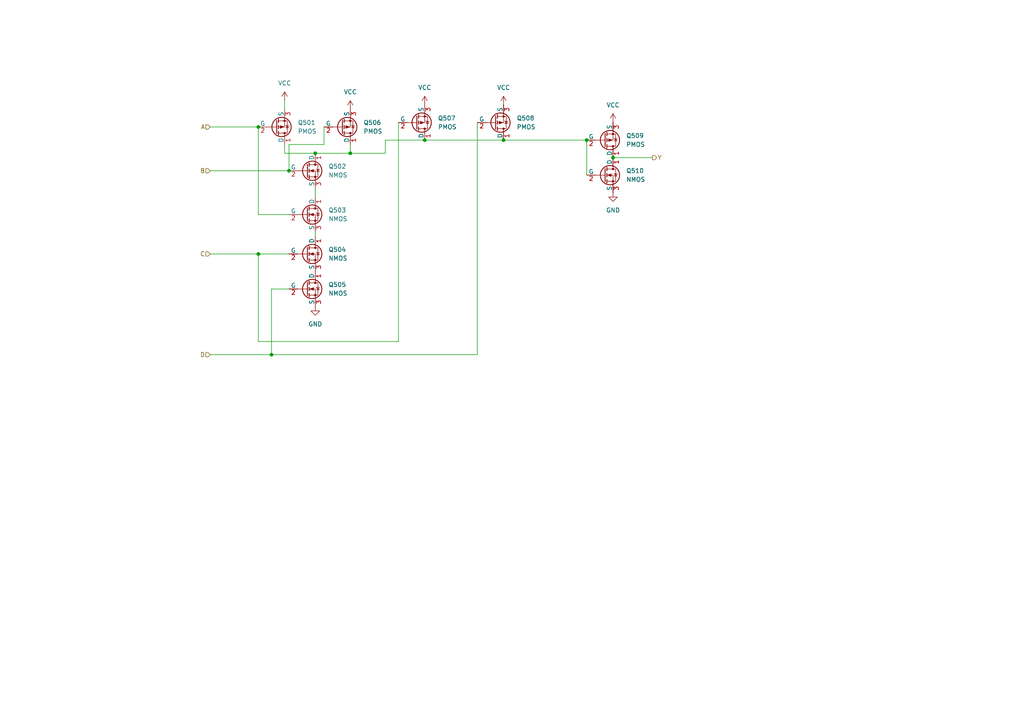
<source format=kicad_sch>
(kicad_sch (version 20250114) (generator "eeschema") (generator_version "9.0")
  (paper "A4")
  (lib_symbols
    (symbol "Simulation_SPICE:NMOS" (pin_names (offset 0))
      (property "Reference" "Q" (at 5.08 1.27 0))
      (property "Value" "NMOS" (at 5.08 -1.27 0))
      (symbol "NMOS_0_1"
        (polyline (pts (xy 0.254 1.905) (xy 0.254 -1.905)) (stroke (width 0.254)))
        (polyline (pts (xy 0.254 0) (xy -2.54 0)))
        (polyline (pts (xy 0.762 2.286) (xy 0.762 1.27)) (stroke (width 0.254)))
        (polyline (pts (xy 0.762 0.508) (xy 0.762 -0.508)) (stroke (width 0.254)))
        (polyline (pts (xy 0.762 -1.27) (xy 0.762 -2.286)) (stroke (width 0.254)))
        (polyline (pts (xy 0.762 -1.778) (xy 3.302 -1.778) (xy 3.302 1.778) (xy 0.762 1.778)))
        (polyline (pts (xy 1.016 0) (xy 2.032 0.381) (xy 2.032 -0.381) (xy 1.016 0)) (fill (type outline)))
        (circle (center 1.651 0) (radius 2.794) (stroke (width 0.254)))
        (polyline (pts (xy 2.54 2.54) (xy 2.54 1.778)))
        (circle (center 2.54 1.778) (radius 0.254) (fill (type outline)))
        (circle (center 2.54 -1.778) (radius 0.254) (fill (type outline)))
        (polyline (pts (xy 2.54 -2.54) (xy 2.54 0) (xy 0.762 0)))
        (polyline (pts (xy 2.794 0.508) (xy 2.921 0.381) (xy 3.683 0.381) (xy 3.81 0.254)))
        (polyline (pts (xy 3.302 0.381) (xy 2.921 -0.254) (xy 3.683 -0.254) (xy 3.302 0.381)))
      )
      (symbol "NMOS_1_1"
        (pin input line (at -5.08 0 0) (length 2.54) (name "G") (number "2"))
        (pin passive line (at 2.54 5.08 270) (length 2.54) (name "D") (number "1"))
        (pin passive line (at 2.54 -5.08 90) (length 2.54) (name "S") (number "3"))
      )
    )
    (symbol "Simulation_SPICE:PMOS" (pin_names (offset 0))
      (property "Reference" "Q" (at 5.08 1.27 0))
      (property "Value" "PMOS" (at 5.08 -1.27 0))
      (symbol "PMOS_0_1"
        (polyline (pts (xy 0.254 1.905) (xy 0.254 -1.905)) (stroke (width 0.254)))
        (polyline (pts (xy 0.254 0) (xy -2.54 0)))
        (polyline (pts (xy 0.762 2.286) (xy 0.762 1.27)) (stroke (width 0.254)))
        (polyline (pts (xy 0.762 1.778) (xy 3.302 1.778) (xy 3.302 -1.778) (xy 0.762 -1.778)))
        (polyline (pts (xy 0.762 0.508) (xy 0.762 -0.508)) (stroke (width 0.254)))
        (polyline (pts (xy 0.762 -1.27) (xy 0.762 -2.286)) (stroke (width 0.254)))
        (circle (center 1.651 0) (radius 2.794) (stroke (width 0.254)))
        (polyline (pts (xy 2.286 0) (xy 1.27 0.381) (xy 1.27 -0.381) (xy 2.286 0)) (fill (type outline)))
        (polyline (pts (xy 2.54 2.54) (xy 2.54 1.778)))
        (circle (center 2.54 1.778) (radius 0.254) (fill (type outline)))
        (circle (center 2.54 -1.778) (radius 0.254) (fill (type outline)))
        (polyline (pts (xy 2.54 -2.54) (xy 2.54 0) (xy 0.762 0)))
        (polyline (pts (xy 2.794 -0.508) (xy 2.921 -0.381) (xy 3.683 -0.381) (xy 3.81 -0.254)))
        (polyline (pts (xy 3.302 -0.381) (xy 2.921 0.254) (xy 3.683 0.254) (xy 3.302 -0.381)))
      )
      (symbol "PMOS_1_1"
        (pin input line (at -5.08 0 0) (length 2.54) (name "G") (number "2"))
        (pin passive line (at 2.54 5.08 270) (length 2.54) (name "D") (number "1"))
        (pin passive line (at 2.54 -5.08 90) (length 2.54) (name "S") (number "3"))
      )
    )
    (symbol "power:GND" (power) (pin_numbers (hide yes)) (pin_names (offset 0) (hide yes))
      (property "Value" "GND" (at 0 -3.81 0))
      (symbol "GND_0_1"
        (polyline (pts (xy 0 0) (xy 0 -1.27) (xy 1.27 -1.27) (xy 0 -2.54) (xy -1.27 -1.27) (xy 0 -1.27)))
      )
      (symbol "GND_1_1"
        (pin power_in line (at 0 0 270) (length 0) (name "~") (number "1"))
      )
    )
    (symbol "power:VCC" (power) (pin_numbers (hide yes)) (pin_names (offset 0) (hide yes))
      (property "Value" "VCC" (at 0 3.556 0))
      (symbol "VCC_0_1"
        (polyline (pts (xy -0.762 1.27) (xy 0 2.54)))
        (polyline (pts (xy 0 2.54) (xy 0.762 1.27)))
        (polyline (pts (xy 0 0) (xy 0 2.54)))
      )
      (symbol "VCC_1_1"
        (pin power_in line (at 0 0 90) (length 0) (name "~") (number "1"))
      )
    )
  )
  (junction (at 74.93 73.66))
  (junction (at 78.74 102.87))
  (junction (at 74.93 36.83))
  (junction (at 83.82 49.53))
  (junction (at 91.44 44.45))
  (junction (at 123.19 40.64))
  (junction (at 146.05 40.64))
  (junction (at 101.6 44.45))
  (junction (at 177.8 45.72))
  (junction (at 170.18 40.64))
  (wire (pts (xy 146.05 40.64) (xy 170.18 40.64)))
  (wire (pts (xy 177.8 45.72) (xy 189.23 45.72)))
  (wire (pts (xy 170.18 40.64) (xy 170.18 50.8)))
  (wire (pts (xy 83.82 41.91) (xy 93.98 41.91)))
  (wire (pts (xy 93.98 36.83) (xy 93.98 41.91)))
  (wire (pts (xy 91.44 54.61) (xy 91.44 57.15)))
  (wire (pts (xy 60.96 102.87) (xy 78.74 102.87)))
  (wire (pts (xy 60.96 36.83) (xy 74.93 36.83)))
  (wire (pts (xy 60.96 73.66) (xy 74.93 73.66)))
  (wire (pts (xy 74.93 36.83) (xy 74.93 62.23)))
  (wire (pts (xy 82.55 41.91) (xy 82.55 44.45)))
  (wire (pts (xy 111.76 40.64) (xy 111.76 44.45)))
  (wire (pts (xy 123.19 40.64) (xy 111.76 40.64)))
  (wire (pts (xy 138.43 102.87) (xy 138.43 35.56)))
  (wire (pts (xy 91.44 68.58) (xy 91.44 67.31)))
  (wire (pts (xy 74.93 62.23) (xy 83.82 62.23)))
  (wire (pts (xy 60.96 49.53) (xy 83.82 49.53)))
  (wire (pts (xy 115.57 35.56) (xy 115.57 99.06)))
  (wire (pts (xy 83.82 49.53) (xy 83.82 41.91)))
  (wire (pts (xy 74.93 73.66) (xy 83.82 73.66)))
  (wire (pts (xy 78.74 102.87) (xy 138.43 102.87)))
  (wire (pts (xy 74.93 99.06) (xy 74.93 73.66)))
  (wire (pts (xy 78.74 83.82) (xy 78.74 102.87)))
  (wire (pts (xy 101.6 41.91) (xy 101.6 44.45)))
  (wire (pts (xy 115.57 99.06) (xy 74.93 99.06)))
  (wire (pts (xy 101.6 44.45) (xy 91.44 44.45)))
  (wire (pts (xy 82.55 29.21) (xy 82.55 31.75)))
  (wire (pts (xy 123.19 40.64) (xy 146.05 40.64)))
  (wire (pts (xy 82.55 44.45) (xy 91.44 44.45)))
  (wire (pts (xy 111.76 44.45) (xy 101.6 44.45)))
  (wire (pts (xy 83.82 83.82) (xy 78.74 83.82)))
  (hierarchical_label "A" (shape input) (at 60.96 36.83 180))
  (hierarchical_label "D" (shape input) (at 60.96 102.87 180))
  (hierarchical_label "Y" (shape output) (at 189.23 45.72 0))
  (hierarchical_label "C" (shape input) (at 60.96 73.66 180))
  (hierarchical_label "B" (shape input) (at 60.96 49.53 180))
  (symbol (lib_id "power:VCC") (at 146.05 30.48 0) (unit 1)
    (property "Reference" "#PWR0305" (effects (hide yes)))
    (property "Value" "VCC" (at 146.05 25.4 0))
    (property "Description" "Power symbol creates a global label with name \"VCC\"" (effects (hide yes)))
    (instances (project "led_panel_1" (path "" (reference "#PWR0505") (unit 1)) (path "" (reference "#PWR01005") (unit 1)) (path "" (reference "#PWR0405") (unit 1)) (path "" (reference "#PWR0905") (unit 1)) (path "" (reference "#PWR0805") (unit 1)) (path "" (reference "#PWR0605") (unit 1)) (path "" (reference "#PWR0705") (unit 1)) (path "" (reference "#PWR0305") (unit 1))) (project "led_panel_4" (path "" (reference "#PWR0405") (unit 1)) (path "" (reference "#PWR?") (unit 1)) (path "" (reference "#PWR0505") (unit 1))) (project "led_panel_2" (path "" (reference "#PWR01505") (unit 1)) (path "" (reference "#PWR02305") (unit 1)) (path "" (reference "#PWR0505") (unit 1)) (path "" (reference "#PWR0205") (unit 1)) (path "" (reference "#PWR02205") (unit 1)) (path "" (reference "#PWR02005") (unit 1)) (path "" (reference "#PWR01105") (unit 1)) (path "" (reference "#PWR01705") (unit 1))))
  )
  (symbol (lib_id "power:GND") (at 177.8 55.88 0) (unit 1)
    (property "Reference" "#PWR0307" (effects (hide yes)))
    (property "Value" "GND" (at 177.8 60.96 0))
    (property "Description" "Power symbol creates a global label with name \"GND\" , ground" (effects (hide yes)))
    (instances (project "led_panel_1" (path "" (reference "#PWR0507") (unit 1)) (path "" (reference "#PWR01007") (unit 1)) (path "" (reference "#PWR0407") (unit 1)) (path "" (reference "#PWR0907") (unit 1)) (path "" (reference "#PWR0807") (unit 1)) (path "" (reference "#PWR0607") (unit 1)) (path "" (reference "#PWR0707") (unit 1)) (path "" (reference "#PWR0307") (unit 1))) (project "led_panel_4" (path "" (reference "#PWR0407") (unit 1)) (path "" (reference "#PWR?") (unit 1)) (path "" (reference "#PWR0507") (unit 1))) (project "led_panel_2" (path "" (reference "#PWR01507") (unit 1)) (path "" (reference "#PWR02307") (unit 1)) (path "" (reference "#PWR0507") (unit 1)) (path "" (reference "#PWR0207") (unit 1)) (path "" (reference "#PWR02207") (unit 1)) (path "" (reference "#PWR02007") (unit 1)) (path "" (reference "#PWR01107") (unit 1)) (path "" (reference "#PWR01707") (unit 1))))
  )
  (symbol (lib_id "power:VCC") (at 101.6 31.75 0) (unit 1)
    (property "Reference" "#PWR0303" (effects (hide yes)))
    (property "Value" "VCC" (at 101.6 26.67 0))
    (property "Description" "Power symbol creates a global label with name \"VCC\"" (effects (hide yes)))
    (instances (project "led_panel_1" (path "" (reference "#PWR0503") (unit 1)) (path "" (reference "#PWR01003") (unit 1)) (path "" (reference "#PWR0403") (unit 1)) (path "" (reference "#PWR0903") (unit 1)) (path "" (reference "#PWR0803") (unit 1)) (path "" (reference "#PWR0603") (unit 1)) (path "" (reference "#PWR0703") (unit 1)) (path "" (reference "#PWR0303") (unit 1))) (project "led_panel_4" (path "" (reference "#PWR0403") (unit 1)) (path "" (reference "#PWR?") (unit 1)) (path "" (reference "#PWR0503") (unit 1))) (project "led_panel_2" (path "" (reference "#PWR01503") (unit 1)) (path "" (reference "#PWR02303") (unit 1)) (path "" (reference "#PWR0503") (unit 1)) (path "" (reference "#PWR0203") (unit 1)) (path "" (reference "#PWR02203") (unit 1)) (path "" (reference "#PWR02003") (unit 1)) (path "" (reference "#PWR01103") (unit 1)) (path "" (reference "#PWR01703") (unit 1))))
  )
  (symbol (lib_id "Simulation_SPICE:NMOS") (at 88.9 62.23 0) (unit 1)
    (property "Reference" "Q303" (at 95.25 60.9599 0) (effects (justify left)))
    (property "Value" "NMOS" (at 95.25 63.4999 0) (effects (justify left)))
    (property "Footprint" "Package_TO_SOT_SMD:TSOT-23" (effects (hide yes)))
    (property "Datasheet" "https://ngspice.sourceforge.io/docs/ngspice-html-manual/manual.xhtml#cha_MOSFETs" (effects (hide yes)))
    (property "Description" "N-MOSFET transistor, drain/source/gate" (effects (hide yes)))
    (property "Sim.Device" "NMOS" (effects (hide yes)))
    (property "Sim.Type" "MOS1" (effects (hide yes)))
    (property "Sim.Pins" "1=D 2=G 3=S" (effects (hide yes)))
    (instances (project "led_panel_1" (path "" (reference "Q503") (unit 1)) (path "" (reference "Q1003") (unit 1)) (path "" (reference "Q403") (unit 1)) (path "" (reference "Q903") (unit 1)) (path "" (reference "Q803") (unit 1)) (path "" (reference "Q603") (unit 1)) (path "" (reference "Q703") (unit 1)) (path "" (reference "Q303") (unit 1))) (project "led_panel_4" (path "" (reference "Q403") (unit 1)) (path "" (reference "Q?") (unit 1)) (path "" (reference "Q503") (unit 1))) (project "led_panel_2" (path "" (reference "Q1503") (unit 1)) (path "" (reference "Q2303") (unit 1)) (path "" (reference "Q503") (unit 1)) (path "" (reference "Q203") (unit 1)) (path "" (reference "Q2203") (unit 1)) (path "" (reference "Q2003") (unit 1)) (path "" (reference "Q1103") (unit 1)) (path "" (reference "Q1703") (unit 1))))
  )
  (symbol (lib_id "Simulation_SPICE:NMOS") (at 175.26 50.8 0) (unit 1)
    (property "Reference" "Q310" (at 181.61 49.5299 0) (effects (justify left)))
    (property "Value" "NMOS" (at 181.61 52.0699 0) (effects (justify left)))
    (property "Footprint" "Package_TO_SOT_SMD:TSOT-23" (effects (hide yes)))
    (property "Datasheet" "https://ngspice.sourceforge.io/docs/ngspice-html-manual/manual.xhtml#cha_MOSFETs" (effects (hide yes)))
    (property "Description" "N-MOSFET transistor, drain/source/gate" (effects (hide yes)))
    (property "Sim.Device" "NMOS" (effects (hide yes)))
    (property "Sim.Type" "MOS1" (effects (hide yes)))
    (property "Sim.Pins" "1=D 2=G 3=S" (effects (hide yes)))
    (instances (project "led_panel_1" (path "" (reference "Q510") (unit 1)) (path "" (reference "Q1010") (unit 1)) (path "" (reference "Q410") (unit 1)) (path "" (reference "Q910") (unit 1)) (path "" (reference "Q810") (unit 1)) (path "" (reference "Q610") (unit 1)) (path "" (reference "Q710") (unit 1)) (path "" (reference "Q310") (unit 1))) (project "led_panel_4" (path "" (reference "Q410") (unit 1)) (path "" (reference "Q?") (unit 1)) (path "" (reference "Q510") (unit 1))) (project "led_panel_2" (path "" (reference "Q1510") (unit 1)) (path "" (reference "Q2310") (unit 1)) (path "" (reference "Q510") (unit 1)) (path "" (reference "Q210") (unit 1)) (path "" (reference "Q2210") (unit 1)) (path "" (reference "Q2010") (unit 1)) (path "" (reference "Q1110") (unit 1)) (path "" (reference "Q1710") (unit 1))))
  )
  (symbol (lib_id "power:VCC") (at 177.8 35.56 0) (unit 1)
    (property "Reference" "#PWR0306" (effects (hide yes)))
    (property "Value" "VCC" (at 177.8 30.48 0))
    (property "Description" "Power symbol creates a global label with name \"VCC\"" (effects (hide yes)))
    (instances (project "led_panel_1" (path "" (reference "#PWR0506") (unit 1)) (path "" (reference "#PWR01006") (unit 1)) (path "" (reference "#PWR0406") (unit 1)) (path "" (reference "#PWR0906") (unit 1)) (path "" (reference "#PWR0806") (unit 1)) (path "" (reference "#PWR0606") (unit 1)) (path "" (reference "#PWR0706") (unit 1)) (path "" (reference "#PWR0306") (unit 1))) (project "led_panel_4" (path "" (reference "#PWR0406") (unit 1)) (path "" (reference "#PWR?") (unit 1)) (path "" (reference "#PWR0506") (unit 1))) (project "led_panel_2" (path "" (reference "#PWR01506") (unit 1)) (path "" (reference "#PWR02306") (unit 1)) (path "" (reference "#PWR0506") (unit 1)) (path "" (reference "#PWR0206") (unit 1)) (path "" (reference "#PWR02206") (unit 1)) (path "" (reference "#PWR02006") (unit 1)) (path "" (reference "#PWR01106") (unit 1)) (path "" (reference "#PWR01706") (unit 1))))
  )
  (symbol (lib_id "Simulation_SPICE:PMOS") (at 143.51 35.56 0) (mirror x) (unit 1)
    (property "Reference" "Q308" (at 149.86 34.2899 0) (effects (justify left)))
    (property "Value" "PMOS" (at 149.86 36.8299 0) (effects (justify left)))
    (property "Footprint" "Package_TO_SOT_SMD:TSOT-23" (effects (hide yes)))
    (property "Datasheet" "https://ngspice.sourceforge.io/docs/ngspice-html-manual/manual.xhtml#cha_MOSFETs" (effects (hide yes)))
    (property "Description" "P-MOSFET transistor, drain/source/gate" (effects (hide yes)))
    (property "Sim.Device" "PMOS" (effects (hide yes)))
    (property "Sim.Type" "MOS1" (effects (hide yes)))
    (property "Sim.Pins" "1=D 2=G 3=S" (effects (hide yes)))
    (instances (project "led_panel_1" (path "" (reference "Q508") (unit 1)) (path "" (reference "Q1008") (unit 1)) (path "" (reference "Q408") (unit 1)) (path "" (reference "Q908") (unit 1)) (path "" (reference "Q808") (unit 1)) (path "" (reference "Q608") (unit 1)) (path "" (reference "Q708") (unit 1)) (path "" (reference "Q308") (unit 1))) (project "led_panel_4" (path "" (reference "Q408") (unit 1)) (path "" (reference "Q?") (unit 1)) (path "" (reference "Q508") (unit 1))) (project "led_panel_2" (path "" (reference "Q1508") (unit 1)) (path "" (reference "Q2308") (unit 1)) (path "" (reference "Q508") (unit 1)) (path "" (reference "Q208") (unit 1)) (path "" (reference "Q2208") (unit 1)) (path "" (reference "Q2008") (unit 1)) (path "" (reference "Q1108") (unit 1)) (path "" (reference "Q1708") (unit 1))))
  )
  (symbol (lib_id "power:VCC") (at 82.55 29.21 0) (unit 1)
    (property "Reference" "#PWR0301" (effects (hide yes)))
    (property "Value" "VCC" (at 82.55 24.13 0))
    (property "Description" "Power symbol creates a global label with name \"VCC\"" (effects (hide yes)))
    (instances (project "led_panel_1" (path "" (reference "#PWR0501") (unit 1)) (path "" (reference "#PWR01001") (unit 1)) (path "" (reference "#PWR0401") (unit 1)) (path "" (reference "#PWR0901") (unit 1)) (path "" (reference "#PWR0801") (unit 1)) (path "" (reference "#PWR0601") (unit 1)) (path "" (reference "#PWR0701") (unit 1)) (path "" (reference "#PWR0301") (unit 1))) (project "led_panel_4" (path "" (reference "#PWR0401") (unit 1)) (path "" (reference "#PWR?") (unit 1)) (path "" (reference "#PWR0501") (unit 1))) (project "led_panel_2" (path "" (reference "#PWR01501") (unit 1)) (path "" (reference "#PWR02301") (unit 1)) (path "" (reference "#PWR0501") (unit 1)) (path "" (reference "#PWR0201") (unit 1)) (path "" (reference "#PWR02201") (unit 1)) (path "" (reference "#PWR02001") (unit 1)) (path "" (reference "#PWR01101") (unit 1)) (path "" (reference "#PWR01701") (unit 1))))
  )
  (symbol (lib_id "Simulation_SPICE:NMOS") (at 88.9 49.53 0) (unit 1)
    (property "Reference" "Q302" (at 95.25 48.2599 0) (effects (justify left)))
    (property "Value" "NMOS" (at 95.25 50.7999 0) (effects (justify left)))
    (property "Footprint" "Package_TO_SOT_SMD:TSOT-23" (effects (hide yes)))
    (property "Datasheet" "https://ngspice.sourceforge.io/docs/ngspice-html-manual/manual.xhtml#cha_MOSFETs" (effects (hide yes)))
    (property "Description" "N-MOSFET transistor, drain/source/gate" (effects (hide yes)))
    (property "Sim.Device" "NMOS" (effects (hide yes)))
    (property "Sim.Type" "MOS1" (effects (hide yes)))
    (property "Sim.Pins" "1=D 2=G 3=S" (effects (hide yes)))
    (instances (project "led_panel_1" (path "" (reference "Q502") (unit 1)) (path "" (reference "Q1002") (unit 1)) (path "" (reference "Q402") (unit 1)) (path "" (reference "Q902") (unit 1)) (path "" (reference "Q802") (unit 1)) (path "" (reference "Q602") (unit 1)) (path "" (reference "Q702") (unit 1)) (path "" (reference "Q302") (unit 1))) (project "led_panel_4" (path "" (reference "Q402") (unit 1)) (path "" (reference "Q?") (unit 1)) (path "" (reference "Q502") (unit 1))) (project "led_panel_2" (path "" (reference "Q1502") (unit 1)) (path "" (reference "Q2302") (unit 1)) (path "" (reference "Q502") (unit 1)) (path "" (reference "Q202") (unit 1)) (path "" (reference "Q2202") (unit 1)) (path "" (reference "Q2002") (unit 1)) (path "" (reference "Q1102") (unit 1)) (path "" (reference "Q1702") (unit 1))))
  )
  (symbol (lib_id "Simulation_SPICE:PMOS") (at 120.65 35.56 0) (mirror x) (unit 1)
    (property "Reference" "Q307" (at 127 34.2899 0) (effects (justify left)))
    (property "Value" "PMOS" (at 127 36.8299 0) (effects (justify left)))
    (property "Footprint" "Package_TO_SOT_SMD:TSOT-23" (effects (hide yes)))
    (property "Datasheet" "https://ngspice.sourceforge.io/docs/ngspice-html-manual/manual.xhtml#cha_MOSFETs" (effects (hide yes)))
    (property "Description" "P-MOSFET transistor, drain/source/gate" (effects (hide yes)))
    (property "Sim.Device" "PMOS" (effects (hide yes)))
    (property "Sim.Type" "MOS1" (effects (hide yes)))
    (property "Sim.Pins" "1=D 2=G 3=S" (effects (hide yes)))
    (instances (project "led_panel_1" (path "" (reference "Q507") (unit 1)) (path "" (reference "Q1007") (unit 1)) (path "" (reference "Q407") (unit 1)) (path "" (reference "Q907") (unit 1)) (path "" (reference "Q807") (unit 1)) (path "" (reference "Q607") (unit 1)) (path "" (reference "Q707") (unit 1)) (path "" (reference "Q307") (unit 1))) (project "led_panel_4" (path "" (reference "Q407") (unit 1)) (path "" (reference "Q?") (unit 1)) (path "" (reference "Q507") (unit 1))) (project "led_panel_2" (path "" (reference "Q1507") (unit 1)) (path "" (reference "Q2307") (unit 1)) (path "" (reference "Q507") (unit 1)) (path "" (reference "Q207") (unit 1)) (path "" (reference "Q2207") (unit 1)) (path "" (reference "Q2007") (unit 1)) (path "" (reference "Q1107") (unit 1)) (path "" (reference "Q1707") (unit 1))))
  )
  (symbol (lib_id "Simulation_SPICE:PMOS") (at 99.06 36.83 0) (mirror x) (unit 1)
    (property "Reference" "Q306" (at 105.41 35.5599 0) (effects (justify left)))
    (property "Value" "PMOS" (at 105.41 38.0999 0) (effects (justify left)))
    (property "Footprint" "Package_TO_SOT_SMD:TSOT-23" (effects (hide yes)))
    (property "Datasheet" "https://ngspice.sourceforge.io/docs/ngspice-html-manual/manual.xhtml#cha_MOSFETs" (effects (hide yes)))
    (property "Description" "P-MOSFET transistor, drain/source/gate" (effects (hide yes)))
    (property "Sim.Device" "PMOS" (effects (hide yes)))
    (property "Sim.Type" "MOS1" (effects (hide yes)))
    (property "Sim.Pins" "1=D 2=G 3=S" (effects (hide yes)))
    (instances (project "led_panel_1" (path "" (reference "Q506") (unit 1)) (path "" (reference "Q1006") (unit 1)) (path "" (reference "Q406") (unit 1)) (path "" (reference "Q906") (unit 1)) (path "" (reference "Q806") (unit 1)) (path "" (reference "Q606") (unit 1)) (path "" (reference "Q706") (unit 1)) (path "" (reference "Q306") (unit 1))) (project "led_panel_4" (path "" (reference "Q406") (unit 1)) (path "" (reference "Q?") (unit 1)) (path "" (reference "Q506") (unit 1))) (project "led_panel_2" (path "" (reference "Q1506") (unit 1)) (path "" (reference "Q2306") (unit 1)) (path "" (reference "Q506") (unit 1)) (path "" (reference "Q206") (unit 1)) (path "" (reference "Q2206") (unit 1)) (path "" (reference "Q2006") (unit 1)) (path "" (reference "Q1106") (unit 1)) (path "" (reference "Q1706") (unit 1))))
  )
  (symbol (lib_id "power:VCC") (at 123.19 30.48 0) (unit 1)
    (property "Reference" "#PWR0304" (effects (hide yes)))
    (property "Value" "VCC" (at 123.19 25.4 0))
    (property "Description" "Power symbol creates a global label with name \"VCC\"" (effects (hide yes)))
    (instances (project "led_panel_1" (path "" (reference "#PWR0504") (unit 1)) (path "" (reference "#PWR01004") (unit 1)) (path "" (reference "#PWR0404") (unit 1)) (path "" (reference "#PWR0904") (unit 1)) (path "" (reference "#PWR0804") (unit 1)) (path "" (reference "#PWR0604") (unit 1)) (path "" (reference "#PWR0704") (unit 1)) (path "" (reference "#PWR0304") (unit 1))) (project "led_panel_4" (path "" (reference "#PWR0404") (unit 1)) (path "" (reference "#PWR?") (unit 1)) (path "" (reference "#PWR0504") (unit 1))) (project "led_panel_2" (path "" (reference "#PWR01504") (unit 1)) (path "" (reference "#PWR02304") (unit 1)) (path "" (reference "#PWR0504") (unit 1)) (path "" (reference "#PWR0204") (unit 1)) (path "" (reference "#PWR02204") (unit 1)) (path "" (reference "#PWR02004") (unit 1)) (path "" (reference "#PWR01104") (unit 1)) (path "" (reference "#PWR01704") (unit 1))))
  )
  (symbol (lib_id "power:GND") (at 91.44 88.9 0) (unit 1)
    (property "Reference" "#PWR0302" (effects (hide yes)))
    (property "Value" "GND" (at 91.44 93.98 0))
    (property "Description" "Power symbol creates a global label with name \"GND\" , ground" (effects (hide yes)))
    (instances (project "led_panel_1" (path "" (reference "#PWR0502") (unit 1)) (path "" (reference "#PWR01002") (unit 1)) (path "" (reference "#PWR0402") (unit 1)) (path "" (reference "#PWR0902") (unit 1)) (path "" (reference "#PWR0802") (unit 1)) (path "" (reference "#PWR0602") (unit 1)) (path "" (reference "#PWR0702") (unit 1)) (path "" (reference "#PWR0302") (unit 1))) (project "led_panel_4" (path "" (reference "#PWR0402") (unit 1)) (path "" (reference "#PWR?") (unit 1)) (path "" (reference "#PWR0502") (unit 1))) (project "led_panel_2" (path "" (reference "#PWR01502") (unit 1)) (path "" (reference "#PWR02302") (unit 1)) (path "" (reference "#PWR0502") (unit 1)) (path "" (reference "#PWR0202") (unit 1)) (path "" (reference "#PWR02202") (unit 1)) (path "" (reference "#PWR02002") (unit 1)) (path "" (reference "#PWR01102") (unit 1)) (path "" (reference "#PWR01702") (unit 1))))
  )
  (symbol (lib_id "Simulation_SPICE:NMOS") (at 88.9 73.66 0) (unit 1)
    (property "Reference" "Q304" (at 95.25 72.3899 0) (effects (justify left)))
    (property "Value" "NMOS" (at 95.25 74.9299 0) (effects (justify left)))
    (property "Footprint" "Package_TO_SOT_SMD:TSOT-23" (effects (hide yes)))
    (property "Datasheet" "https://ngspice.sourceforge.io/docs/ngspice-html-manual/manual.xhtml#cha_MOSFETs" (effects (hide yes)))
    (property "Description" "N-MOSFET transistor, drain/source/gate" (effects (hide yes)))
    (property "Sim.Device" "NMOS" (effects (hide yes)))
    (property "Sim.Type" "MOS1" (effects (hide yes)))
    (property "Sim.Pins" "1=D 2=G 3=S" (effects (hide yes)))
    (instances (project "led_panel_1" (path "" (reference "Q504") (unit 1)) (path "" (reference "Q1004") (unit 1)) (path "" (reference "Q404") (unit 1)) (path "" (reference "Q904") (unit 1)) (path "" (reference "Q804") (unit 1)) (path "" (reference "Q604") (unit 1)) (path "" (reference "Q704") (unit 1)) (path "" (reference "Q304") (unit 1))) (project "led_panel_4" (path "" (reference "Q404") (unit 1)) (path "" (reference "Q?") (unit 1)) (path "" (reference "Q504") (unit 1))) (project "led_panel_2" (path "" (reference "Q1504") (unit 1)) (path "" (reference "Q2304") (unit 1)) (path "" (reference "Q504") (unit 1)) (path "" (reference "Q204") (unit 1)) (path "" (reference "Q2204") (unit 1)) (path "" (reference "Q2004") (unit 1)) (path "" (reference "Q1104") (unit 1)) (path "" (reference "Q1704") (unit 1))))
  )
  (symbol (lib_id "Simulation_SPICE:PMOS") (at 175.26 40.64 0) (mirror x) (unit 1)
    (property "Reference" "Q309" (at 181.61 39.3699 0) (effects (justify left)))
    (property "Value" "PMOS" (at 181.61 41.9099 0) (effects (justify left)))
    (property "Footprint" "Package_TO_SOT_SMD:TSOT-23" (effects (hide yes)))
    (property "Datasheet" "https://ngspice.sourceforge.io/docs/ngspice-html-manual/manual.xhtml#cha_MOSFETs" (effects (hide yes)))
    (property "Description" "P-MOSFET transistor, drain/source/gate" (effects (hide yes)))
    (property "Sim.Device" "PMOS" (effects (hide yes)))
    (property "Sim.Type" "MOS1" (effects (hide yes)))
    (property "Sim.Pins" "1=D 2=G 3=S" (effects (hide yes)))
    (instances (project "led_panel_1" (path "" (reference "Q509") (unit 1)) (path "" (reference "Q1009") (unit 1)) (path "" (reference "Q409") (unit 1)) (path "" (reference "Q909") (unit 1)) (path "" (reference "Q809") (unit 1)) (path "" (reference "Q609") (unit 1)) (path "" (reference "Q709") (unit 1)) (path "" (reference "Q309") (unit 1))) (project "led_panel_4" (path "" (reference "Q409") (unit 1)) (path "" (reference "Q?") (unit 1)) (path "" (reference "Q509") (unit 1))) (project "led_panel_2" (path "" (reference "Q1509") (unit 1)) (path "" (reference "Q2309") (unit 1)) (path "" (reference "Q509") (unit 1)) (path "" (reference "Q209") (unit 1)) (path "" (reference "Q2209") (unit 1)) (path "" (reference "Q2009") (unit 1)) (path "" (reference "Q1109") (unit 1)) (path "" (reference "Q1709") (unit 1))))
  )
  (symbol (lib_id "Simulation_SPICE:NMOS") (at 88.9 83.82 0) (unit 1)
    (property "Reference" "Q305" (at 95.25 82.5499 0) (effects (justify left)))
    (property "Value" "NMOS" (at 95.25 85.0899 0) (effects (justify left)))
    (property "Footprint" "Package_TO_SOT_SMD:TSOT-23" (effects (hide yes)))
    (property "Datasheet" "https://ngspice.sourceforge.io/docs/ngspice-html-manual/manual.xhtml#cha_MOSFETs" (effects (hide yes)))
    (property "Description" "N-MOSFET transistor, drain/source/gate" (effects (hide yes)))
    (property "Sim.Device" "NMOS" (effects (hide yes)))
    (property "Sim.Type" "MOS1" (effects (hide yes)))
    (property "Sim.Pins" "1=D 2=G 3=S" (effects (hide yes)))
    (instances (project "led_panel_1" (path "" (reference "Q505") (unit 1)) (path "" (reference "Q1005") (unit 1)) (path "" (reference "Q405") (unit 1)) (path "" (reference "Q905") (unit 1)) (path "" (reference "Q805") (unit 1)) (path "" (reference "Q605") (unit 1)) (path "" (reference "Q705") (unit 1)) (path "" (reference "Q305") (unit 1))) (project "led_panel_4" (path "" (reference "Q405") (unit 1)) (path "" (reference "Q?") (unit 1)) (path "" (reference "Q505") (unit 1))) (project "led_panel_2" (path "" (reference "Q1505") (unit 1)) (path "" (reference "Q2305") (unit 1)) (path "" (reference "Q505") (unit 1)) (path "" (reference "Q205") (unit 1)) (path "" (reference "Q2205") (unit 1)) (path "" (reference "Q2005") (unit 1)) (path "" (reference "Q1105") (unit 1)) (path "" (reference "Q1705") (unit 1))))
  )
  (symbol (lib_id "Simulation_SPICE:PMOS") (at 80.01 36.83 0) (mirror x) (unit 1)
    (property "Reference" "Q301" (at 86.36 35.5599 0) (effects (justify left)))
    (property "Value" "PMOS" (at 86.36 38.0999 0) (effects (justify left)))
    (property "Footprint" "Package_TO_SOT_SMD:TSOT-23" (effects (hide yes)))
    (property "Datasheet" "https://ngspice.sourceforge.io/docs/ngspice-html-manual/manual.xhtml#cha_MOSFETs" (effects (hide yes)))
    (property "Description" "P-MOSFET transistor, drain/source/gate" (effects (hide yes)))
    (property "Sim.Device" "PMOS" (effects (hide yes)))
    (property "Sim.Type" "MOS1" (effects (hide yes)))
    (property "Sim.Pins" "1=D 2=G 3=S" (effects (hide yes)))
    (instances (project "led_panel_1" (path "" (reference "Q501") (unit 1)) (path "" (reference "Q1001") (unit 1)) (path "" (reference "Q401") (unit 1)) (path "" (reference "Q901") (unit 1)) (path "" (reference "Q801") (unit 1)) (path "" (reference "Q601") (unit 1)) (path "" (reference "Q701") (unit 1)) (path "" (reference "Q301") (unit 1))) (project "led_panel_4" (path "" (reference "Q401") (unit 1)) (path "" (reference "Q?") (unit 1)) (path "" (reference "Q501") (unit 1))) (project "led_panel_2" (path "" (reference "Q1501") (unit 1)) (path "" (reference "Q2301") (unit 1)) (path "" (reference "Q501") (unit 1)) (path "" (reference "Q201") (unit 1)) (path "" (reference "Q2201") (unit 1)) (path "" (reference "Q2001") (unit 1)) (path "" (reference "Q1101") (unit 1)) (path "" (reference "Q1701") (unit 1))))
  )
)
</source>
